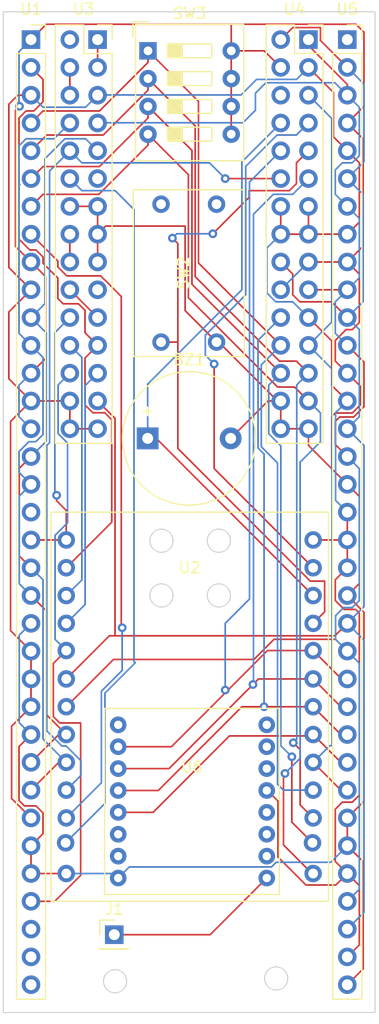
<source format=kicad_pcb>
(kicad_pcb (version 20221018) (generator pcbnew)
  (layers (0 "F.Cu" signal) (31 "B.Cu" signal) (34 "B.Paste" user) (35 "F.Paste" user) (36 "B.SilkS" user "B.Silkscreen") (37 "F.SilkS" user "F.Silkscreen") (38 "B.Mask" user) (39 "F.Mask" user) (44 "Edge.Cuts" user))
  (net 0 "")
  (net 1 "/BUZ1")
  (net 2 "GND")
  (net 3 "/BTN2")
  (net 4 "/PIR1")
  (net 5 "+3V3")
  (net 6 "/SDA")
  (net 7 "/SCL")
  (net 9 "/PIR0")
  (net 10 "/PIR3")
  (net 14 "/EN")
  (net 15 "/PIR2")
  (net 16 "/SDA1")
  (net 17 "/SCL1")
  (net 18 "/X_1")
  (net 19 "/WS28")
  (net 20 "/LED")
  (net 21 "/MISO")
  (net 22 "/MOSI")
  (net 23 "/CS")
  (net 24 "/#RST")
  (net 25 "/DIO")
  (net 26 "/EN2")
  (net 27 "/IO_1")
  (net 28 "/RST2")
  (net 29 "/IO_2")
  (net 30 "/IO_0")
  (net 31 "/IO_3")
  (net 34 "/#A0")
  (net 36 "/#SDA")
  (net 37 "/#SCK")
  (net 38 "/#CS")
  (net 39 "/SCK")
  (net 44 "/DI0")
  (net 45 "Net-(J1-Pad1)")
  (footprint "Button_Switch_THT:SW_DIP_SPSTx04_Slide_9.78x12.34mm_W7.62mm_P2.54mm" (layer "F.Cu") (at 141.2665 61.986)
    (fp_text reference "SW3")
    (fp_text value "SW_DIP_x04")
  )
  (footprint "1My_Footprints:RFM69" (layer "F.Cu") (at 145.288 131.572)
    (fp_text reference "U6")
    (fp_text value "RFM69")
  )
  (footprint "Connector_PinSocket_2.54mm:PinSocket_2x15_P2.54mm_Vertical" (layer "F.Cu") (at 136.652 60.96)
    (fp_text reference "U3")
    (fp_text value "ARR_A1")
  )
  (footprint "Connector_PinSocket_2.54mm:PinSocket_1x35_P2.54mm_Vertical" (layer "F.Cu") (at 130.556 60.96)
    (fp_text reference "U1")
    (fp_text value "ARR_A0")
  )
  (footprint "1My_Footprints:Lolin32_Lite" (layer "F.Cu") (at 145.084 114.3)
    (fp_text reference "U2")
    (fp_text value "Lolin32_Base")
  )
  (footprint "Connector_PinHeader_2.54mm:PinHeader_1x01_P2.54mm_Vertical" (layer "F.Cu") (at 138.176 142.748)
    (fp_text reference "J1")
    (fp_text value "Conn_01x01_Female")
  )
  (footprint "1My_Footprints:MyButton" (layer "F.Cu") (at 145 82.3 90)
    (fp_text reference "SW2")
    (fp_text value "SW_Push")
  )
  (footprint "Connector_PinSocket_2.54mm:PinSocket_2x15_P2.54mm_Vertical" (layer "F.Cu") (at 155.956 60.96)
    (fp_text reference "U4")
    (fp_text value "ARR_B1")
  )
  (footprint "Buzzer_Beeper:Buzzer_12x9.5RM7.6" (layer "F.Cu") (at 141.234 97.4)
    (fp_text reference "BZ1")
    (fp_text value "Buzzer")
  )
  (footprint "Connector_PinSocket_2.54mm:PinSocket_1x35_P2.54mm_Vertical" (layer "F.Cu") (at 159.512 60.96)
    (fp_text reference "U5")
    (fp_text value "ARR_B0")
  )
  (gr_rect (start 128.016 58.42) (end 162.052 149.86) (stroke (width 0.1)) (fill none) (layer "Edge.Cuts"))
  (gr_circle (center 147.75 111.75) (end 148.5 112.5) (stroke (width 0.1)) (fill none) (layer "Edge.Cuts"))
  (gr_circle (center 138.25 147) (end 139 147.75) (stroke (width 0.1)) (fill none) (layer "Edge.Cuts"))
  (gr_circle (center 142.5 111.75) (end 143.25 112.5) (stroke (width 0.1)) (fill none) (layer "Edge.Cuts"))
  (gr_circle (center 153 146.75) (end 153.75 147.5) (stroke (width 0.1)) (fill none) (layer "Edge.Cuts"))
  (gr_circle (center 147.75 106.75) (end 148.5 107.5) (stroke (width 0.1)) (fill none) (layer "Edge.Cuts"))
  (gr_circle (center 142.5 106.75) (end 143.25 107.5) (stroke (width 0.1)) (fill none) (layer "Edge.Cuts"))
  (segment (start 142.024 97.4) (end 156.384 111.76) (width 0.15) (layer "F.Cu") (net 1))
  (segment (start 141.234 97.4) (end 142.024 97.4) (width 0.15) (layer "F.Cu") (net 1))
  (segment (start 153.416 68.58) (end 149.86 72.136) (width 0.15) (layer "B.Cu") (net 1))
  (segment (start 149.86 83.82) (end 141.234 92.446) (width 0.15) (layer "B.Cu") (net 1))
  (segment (start 141.234 92.446) (end 141.234 97.4) (width 0.15) (layer "B.Cu") (net 1))
  (segment (start 149.86 72.136) (end 149.86 83.82) (width 0.15) (layer "B.Cu") (net 1))
  (segment (start 159.397545 87.459511) (end 159.967433 87.459511) (width 0.15) (layer "F.Cu") (net 2))
  (segment (start 158.08797 100.17597) (end 158.08797 95.40403) (width 0.15) (layer "F.Cu") (net 2))
  (segment (start 161.036 67.056) (end 159.512 68.58) (width 0.15) (layer "F.Cu") (net 2))
  (segment (start 148.8865 59.6135) (end 148.939031 59.560969) (width 0.15) (layer "F.Cu") (net 2))
  (segment (start 130.556 60.96) (end 131.955031 59.560969) (width 0.15) (layer "F.Cu") (net 2))
  (segment (start 160.71148 92.63948) (end 159.512 91.44) (width 0.15) (layer "F.Cu") (net 2))
  (segment (start 159.512 132.08) (end 161.036 130.556) (width 0.15) (layer "F.Cu") (net 2))
  (segment (start 159.512 81.28) (end 160.961031 79.830969) (width 0.15) (layer "F.Cu") (net 2))
  (segment (start 129.456489 130.486193) (end 129.456489 125.559511) (width 0.15) (layer "F.Cu") (net 2))
  (segment (start 129.131969 67.424031) (end 129.5 67.056) (width 0.15) (layer "F.Cu") (net 2))
  (segment (start 148.8865 61.986) (end 151.902 61.986) (width 0.15) (layer "F.Cu") (net 2))
  (segment (start 158.242 100.33) (end 158.08797 100.17597) (width 0.15) (layer "F.Cu") (net 2))
  (segment (start 155.956 96.52) (end 153.416 96.52) (width 0.15) (layer "F.Cu") (net 2))
  (segment (start 155.956 81.28) (end 159.512 81.28) (width 0.15) (layer "F.Cu") (net 2))
  (segment (start 159.967433 95.079511) (end 160.71148 94.335464) (width 0.15) (layer "F.Cu") (net 2))
  (segment (start 152.254 93.98) (end 153.416 93.98) (width 0.15) (layer "F.Cu") (net 2))
  (segment (start 160.961031 145.870969) (end 160.961031 136.069031) (width 0.15) (layer "F.Cu") (net 2))
  (segment (start 151.902 61.986) (end 153.416 63.5) (width 0.15) (layer "F.Cu") (net 2))
  (segment (start 129.131969 79.855969) (end 129.131969 67.990147) (width 0.15) (layer "F.Cu") (net 2))
  (segment (start 159.512 134.62) (end 159.512 132.08) (width 0.15) (layer "F.Cu") (net 2))
  (segment (start 136.87 81.498) (end 136.652 81.28) (width 0.15) (layer "F.Cu") (net 2))
  (segment (start 129.950785 130.980489) (end 129.456489 130.486193) (width 0.15) (layer "F.Cu") (net 2))
  (segment (start 147.54 88.4) (end 153.12 93.98) (width 0.15) (layer "F.Cu") (net 2))
  (segment (start 148.8865 61.986) (end 148.8865 69.606) (width 0.15) (layer "F.Cu") (net 2))
  (segment (start 155.956 96.52) (end 155.956 98.044) (width 0.15) (layer "F.Cu") (net 2))
  (segment (start 148.8865 61.986) (end 148.8865 59.6135) (width 0.15) (layer "F.Cu") (net 2))
  (segment (start 148.939031 59.560969) (end 160.311991 59.560969) (width 0.15) (layer "F.Cu") (net 2))
  (segment (start 130.556 137.16) (end 133.784 137.16) (width 0.15) (layer "F.Cu") (net 2))
  (segment (start 161.036 113.284) (end 159.512 111.76) (width 0.15) (layer "F.Cu") (net 2))
  (segment (start 158.412489 95.079511) (end 159.967433 95.079511) (width 0.15) (layer "F.Cu") (net 2))
  (segment (start 160.961031 136.069031) (end 159.512 134.62) (width 0.15) (layer "F.Cu") (net 2))
  (segment (start 129.131969 67.990147) (end 129.131969 67.424031) (width 0.15) (layer "F.Cu") (net 2))
  (segment (start 159.512 91.44) (end 158.412489 90.340489) (width 0.15) (layer "F.Cu") (net 2))
  (segment (start 153.12 93.98) (end 153.416 93.98) (width 0.15) (layer "F.Cu") (net 2))
  (segment (start 131.9 90.096) (end 131.9 84.254) (width 0.15) (layer "F.Cu") (net 2))
  (segment (start 153.416 96.52) (end 153.416 93.98) (width 0.15) (layer "F.Cu") (net 2))
  (segment (start 137.392 78) (end 136.652 78.74) (width 0.15) (layer "F.Cu") (net 2))
  (segment (start 131.011433 130.980489) (end 129.950785 130.980489) (width 0.15) (layer "F.Cu") (net 2))
  (segment (start 129.456489 125.559511) (end 130.556 124.46) (width 0.15) (layer "F.Cu") (net 2))
  (segment (start 144.663961 85.723961) (end 144.663961 78) (width 0.15) (layer "F.Cu") (net 2))
  (segment (start 158.242 100.33) (end 159.512 101.6) (width 0.15) (layer "F.Cu") (net 2))
  (segment (start 155.956 98.044) (end 158.242 100.33) (width 0.15) (layer "F.Cu") (net 2))
  (segment (start 160.961031 79.830969) (end 160.961031 70.029031) (width 0.15) (layer "F.Cu") (net 2))
  (segment (start 130.556 91.44) (end 131.9 90.096) (width 0.15) (layer "F.Cu") (net 2))
  (segment (start 159.967433 87.459511) (end 160.611511 86.815433) (width 0.15) (layer "F.Cu") (net 2))
  (segment (start 131.955031 59.560969) (end 148.939031 59.560969) (width 0.15) (layer "F.Cu") (net 2))
  (segment (start 147.54 88.6) (end 144.663961 85.723961) (width 0.15) (layer "F.Cu") (net 2))
  (segment (start 130.556 137.16) (end 130.556 134.62) (width 0.15) (layer "F.Cu") (net 2))
  (segment (start 161.036 60.284978) (end 161.036 67.056) (width 0.15) (layer "F.Cu") (net 2))
  (segment (start 136.652 81.28) (end 136.652 76.2) (width 0.15) (layer "F.Cu") (net 2))
  (segment (start 131.655511 133.520489) (end 131.655511 131.624567) (width 0.15) (layer "F.Cu") (net 2))
  (segment (start 159.512 101.6) (end 160.611511 102.699511) (width 0.15) (layer "F.Cu") (net 2))
  (segment (start 131.9 82.624) (end 131.9 84.3) (width 0.15) (layer "F.Cu") (net 2))
  (segment (start 158.08797 95.40403) (end 158.412489 95.079511) (width 0.15) (layer "F.Cu") (net 2))
  (segment (start 160.311991 59.560969) (end 161.036 60.284978) (width 0.15) (layer "F.Cu") (net 2))
  (segment (start 160.611511 102.699511) (end 160.611511 110.660489) (width 0.15) (layer "F.Cu") (net 2))
  (segment (start 158.412489 88.444567) (end 159.397545 87.459511) (width 0.15) (layer "F.Cu") (net 2))
  (segment (start 131.655511 131.624567) (end 131.011433 130.980489) (width 0.15) (layer "F.Cu") (net 2))
  (segment (start 144.663961 78) (end 137.392 78) (width 0.15) (layer "F.Cu") (net 2))
  (segment (start 130.556 81.28) (end 129.131969 79.855969) (width 0.15) (layer "F.Cu") (net 2))
  (segment (start 130.556 134.62) (end 131.655511 133.520489) (width 0.15) (layer "F.Cu") (net 2))
  (segment (start 148.834 97.4) (end 152.254 93.98) (width 0.15) (layer "F.Cu") (net 2))
  (segment (start 159.512 147.32) (end 160.961031 145.870969) (width 0.15) (layer "F.Cu") (net 2))
  (segment (start 134.112 76.2) (end 136.652 76.2) (width 0.15) (layer "F.Cu") (net 2))
  (segment (start 160.71148 94.335464) (end 160.71148 92.63948) (width 0.15) (layer "F.Cu") (net 2))
  (segment (start 160.611511 86.815433) (end 160.611511 82.379511) (width 0.15) (layer "F.Cu") (net 2))
  (segment (start 160.611511 110.660489) (end 159.512 111.76) (width 0.15) (layer "F.Cu") (net 2))
  (segment (start 158.412489 90.340489) (end 158.412489 88.444567) (width 0.15) (layer "F.Cu") (net 2))
  (segment (start 160.961031 70.029031) (end 159.512 68.58) (width 0.15) (layer "F.Cu") (net 2))
  (segment (start 130.556 81.28) (end 131.9 82.624) (width 0.15) (layer "F.Cu") (net 2))
  (segment (start 160.611511 82.379511) (end 159.512 81.28) (width 0.15) (layer "F.Cu") (net 2))
  (segment (start 161.036 130.556) (end 161.036 113.284) (width 0.15) (layer "F.Cu") (net 2))
  (via (at 129.5 67.056) (size 0.8) (drill 0.4) (layers "F.Cu" "B.Cu") (net 2))
  (segment (start 133.784 137.16) (end 138.126 137.16) (width 0.15) (layer "B.Cu") (net 2))
  (segment (start 130.556 96.52) (end 129.456489 95.420489) (width 0.15) (layer "B.Cu") (net 2))
  (segment (start 138.126 137.16) (end 138.538 137.572) (width 0.15) (layer "B.Cu") (net 2))
  (segment (start 129.456489 67.012489) (end 129.5 67.056) (width 0.15) (layer "B.Cu") (net 2))
  (segment (start 139.551489 136.558511) (end 152.573605 136.558511) (width 0.15) (layer "B.Cu") (net 2))
  (segment (start 152.573605 136.558511) (end 152.996627 136.135489) (width 0.15) (layer "B.Cu") (net 2))
  (segment (start 130.556 124.46) (end 129.481489 123.385489) (width 0.15) (layer "B.Cu") (net 2))
  (segment (start 129.456489 95.420489) (end 129.456489 92.539511) (width 0.15) (layer "B.Cu") (net 2))
  (segment (start 129.481489 115.374511) (end 130.556 114.3) (width 0.15) (layer "B.Cu") (net 2))
  (segment (start 129.456489 92.539511) (end 130.556 91.44) (width 0.15) (layer "B.Cu") (net 2))
  (segment (start 152.996627 136.135489) (end 157.996511 136.135489) (width 0.15) (layer "B.Cu") (net 2))
  (segment (start 157.996511 136.135489) (end 159.512 134.62) (width 0.15) (layer "B.Cu") (net 2))
  (segment (start 129.481489 123.385489) (end 129.481489 115.374511) (width 0.15) (layer "B.Cu") (net 2))
  (segment (start 138.538 137.572) (end 139.551489 136.558511) (width 0.15) (layer "B.Cu") (net 2))
  (segment (start 129.456489 62.059511) (end 129.456489 67.012489) (width 0.15) (layer "B.Cu") (net 2))
  (segment (start 153.416 83.82) (end 155.956 81.28) (width 0.15) (layer "B.Cu") (net 2))
  (segment (start 130.556 60.96) (end 129.456489 62.059511) (width 0.15) (layer "B.Cu") (net 2))
  (segment (start 157.433511 113.250489) (end 157.433511 110.443511) (width 0.15) (layer "F.Cu") (net 3))
  (segment (start 144 88.6) (end 144 79.6) (width 0.15) (layer "F.Cu") (net 3))
  (segment (start 150.522489 75.377511) (end 147.2 78.7) (width 0.15) (layer "F.Cu") (net 3))
  (segment (start 144 79.6) (end 143.5 79.1) (width 0.15) (layer "F.Cu") (net 3))
  (segment (start 150.522489 74.759511) (end 154.212411 74.759511) (width 0.15) (layer "F.Cu") (net 3))
  (segment (start 144 98.320234) (end 144 88.6) (width 0.15) (layer "F.Cu") (net 3))
  (segment (start 154.856489 72.219511) (end 155.956 71.12) (width 0.15) (layer "F.Cu") (net 3))
  (segment (start 156.384 114.3) (end 157.433511 113.250489) (width 0.15) (layer "F.Cu") (net 3))
  (segment (start 154.212411 74.759511) (end 154.856489 74.115433) (width 0.15) (layer "F.Cu") (net 3))
  (segment (start 156.123277 110.443511) (end 144 98.320234) (width 0.15) (layer "F.Cu") (net 3))
  (segment (start 150.522489 74.759511) (end 150.522489 75.377511) (width 0.15) (layer "F.Cu") (net 3))
  (segment (start 154.856489 74.115433) (end 154.856489 72.219511) (width 0.15) (layer "F.Cu") (net 3))
  (segment (start 157.433511 110.443511) (end 156.123277 110.443511) (width 0.15) (layer "F.Cu") (net 3))
  (segment (start 142.46 88.6) (end 144 88.6) (width 0.15) (layer "F.Cu") (net 3))
  (via (at 143.5 79.1) (size 0.8) (drill 0.4) (layers "F.Cu" "B.Cu") (net 3))
  (via (at 147.2 78.7) (size 0.8) (drill 0.4) (layers "F.Cu" "B.Cu") (net 3))
  (segment (start 143.9 78.7) (end 143.5 79.1) (width 0.15) (layer "B.Cu") (net 3))
  (segment (start 147.2 78.7) (end 143.9 78.7) (width 0.15) (layer "B.Cu") (net 3))
  (segment (start 137.946999 105.057001) (end 133.784 109.22) (width 0.15) (layer "F.Cu") (net 4))
  (segment (start 135.5 87.748) (end 136.652 88.9) (width 0.15) (layer "F.Cu") (net 4))
  (segment (start 135.5 90.052) (end 135.5 94.347589) (width 0.15) (layer "F.Cu") (net 4))
  (segment (start 136.652 88.9) (end 135.5 90.052) (width 0.15) (layer "F.Cu") (net 4))
  (segment (start 137.946999 95.698585) (end 137.946999 105.057001) (width 0.15) (layer "F.Cu") (net 4))
  (segment (start 133.012489 82.751433) (end 133.012489 84.616411) (width 0.15) (layer "F.Cu") (net 4))
  (segment (start 133.496078 85.1) (end 134.9 85.1) (width 0.15) (layer "F.Cu") (net 4))
  (segment (start 131.655511 81.394455) (end 133.012489 82.751433) (width 0.15) (layer "F.Cu") (net 4))
  (segment (start 130.81 67.480489) (end 130.100567 67.480489) (width 0.15) (layer "F.Cu") (net 4))
  (segment (start 133.012489 84.616411) (end 133.496078 85.1) (width 0.15) (layer "F.Cu") (net 4))
  (segment (start 131.011433 80.180489) (end 131.655511 80.824567) (width 0.15) (layer "F.Cu") (net 4))
  (segment (start 136.206922 95.054511) (end 137.302925 95.054511) (width 0.15) (layer "F.Cu") (net 4))
  (segment (start 129.456489 79.195433) (end 130.441545 80.180489) (width 0.15) (layer "F.Cu") (net 4))
  (segment (start 135.5 85.7) (end 135.5 87.748) (width 0.15) (layer "F.Cu") (net 4))
  (segment (start 137.302925 95.054511) (end 137.946999 95.698585) (width 0.15) (layer "F.Cu") (net 4))
  (segment (start 134.9 85.1) (end 135.5 85.7) (width 0.15) (layer "F.Cu") (net 4))
  (segment (start 130.556 63.5) (end 131.655511 64.599511) (width 0.15) (layer "F.Cu") (net 4))
  (segment (start 130.441545 80.180489) (end 131.011433 80.180489) (width 0.15) (layer "F.Cu") (net 4))
  (segment (start 129.456489 68.124567) (end 129.456489 79.195433) (width 0.15) (layer "F.Cu") (net 4))
  (segment (start 135.5 94.347589) (end 136.206922 95.054511) (width 0.15) (layer "F.Cu") (net 4))
  (segment (start 131.655511 66.634978) (end 130.81 67.480489) (width 0.15) (layer "F.Cu") (net 4))
  (segment (start 131.655511 64.599511) (end 131.655511 66.634978) (width 0.15) (layer "F.Cu") (net 4))
  (segment (start 131.655511 80.824567) (end 131.655511 81.394455) (width 0.15) (layer "F.Cu") (net 4))
  (segment (start 130.100567 67.480489) (end 129.456489 68.124567) (width 0.15) (layer "F.Cu") (net 4))
  (segment (start 160.611511 113.367511) (end 160.274 113.03) (width 0.15) (layer "F.Cu") (net 5))
  (segment (start 159.967433 130.639511) (end 160.611511 129.995433) (width 0.15) (layer "F.Cu") (net 5))
  (segment (start 158.242 65.786) (end 158.242 69.85) (width 0.15) (layer "F.Cu") (net 5))
  (segment (start 128.524 68.076) (end 128.524 81.788) (width 0.15) (layer "F.Cu") (net 5))
  (segment (start 158.087969 88.491969) (end 158.087969 92.555969) (width 0.15) (layer "F.Cu") (net 5))
  (segment (start 128.682481 114.966481) (end 130.556 116.84) (width 0.15) (layer "F.Cu") (net 5))
  (segment (start 130.556 132.08) (end 128.778 130.302) (width 0.15) (layer "F.Cu") (net 5))
  (segment (start 160.611511 72.219511) (end 159.512 71.12) (width 0.15) (layer "F.Cu") (net 5))
  (segment (start 159.512 109.22) (end 159.512 104.14) (width 0.15) (layer "F.Cu") (net 5))
  (segment (start 134.112 96.52) (end 134.112 93.98) (width 0.15) (layer "F.Cu") (net 5))
  (segment (start 153.416 78.74) (end 155.956 78.74) (width 0.15) (layer "F.Cu") (net 5))
  (segment (start 156.384 106.68) (end 159.512 106.68) (width 0.15) (layer "F.Cu") (net 5))
  (segment (start 160.611511 77.640489) (end 160.611511 72.219511) (width 0.15) (layer "F.Cu") (net 5))
  (segment (start 160.274 113.03) (end 159.227056 113.03) (width 0.15) (layer "F.Cu") (net 5))
  (segment (start 155.956 63.5) (end 158.242 65.786) (width 0.15) (layer "F.Cu") (net 5))
  (segment (start 128.524 85.852) (end 128.524 91.948) (width 0.15) (layer "F.Cu") (net 5))
  (segment (start 160.611511 129.995433) (end 160.611511 113.367511) (width 0.15) (layer "F.Cu") (net 5))
  (segment (start 160.611511 143.680489) (end 159.512 144.78) (width 0.15) (layer "F.Cu") (net 5))
  (segment (start 129.353919 66.04) (end 128.524 66.869919) (width 0.15) (layer "F.Cu") (net 5))
  (segment (start 130.556 93.98) (end 134.112 93.98) (width 0.15) (layer "F.Cu") (net 5))
  (segment (start 134.112 96.52) (end 136.652 96.52) (width 0.15) (layer "F.Cu") (net 5))
  (segment (start 159.512 78.74) (end 160.611511 77.640489) (width 0.15) (layer "F.Cu") (net 5))
  (segment (start 158.462489 138.209511) (end 155.723022 138.209511) (width 0.15) (layer "F.Cu") (net 5))
  (segment (start 153.162 130.538406) (end 152.177961 129.554367) (width 0.15) (layer "F.Cu") (net 5))
  (segment (start 130.556 83.82) (end 128.524 85.852) (width 0.15) (layer "F.Cu") (net 5))
  (segment (start 158.412489 110.319511) (end 159.512 109.22) (width 0.15) (layer "F.Cu") (net 5))
  (segment (start 128.778 130.302) (end 128.778 123.698) (width 0.15) (layer "F.Cu") (net 5))
  (segment (start 128.524 81.788) (end 130.556 83.82) (width 0.15) (layer "F.Cu") (net 5))
  (segment (start 159.512 137.16) (end 160.611511 138.259511) (width 0.15) (layer "F.Cu") (net 5))
  (segment (start 128.524 66.869919) (end 128.524 68.076) (width 0.15) (layer "F.Cu") (net 5))
  (segment (start 155.956 78.74) (end 159.512 78.74) (width 0.15) (layer "F.Cu") (net 5))
  (segment (start 128.682481 95.853519) (end 128.682481 114.966481) (width 0.15) (layer "F.Cu") (net 5))
  (segment (start 158.412489 136.060489) (end 158.412489 131.283589) (width 0.15) (layer "F.Cu") (net 5))
  (segment (start 159.227056 113.03) (end 158.412489 112.215433) (width 0.15) (layer "F.Cu") (net 5))
  (segment (start 130.556 93.98) (end 128.682481 95.853519) (width 0.15) (layer "F.Cu") (net 5))
  (segment (start 158.412489 131.283589) (end 159.056567 130.639511) (width 0.15) (layer "F.Cu") (net 5))
  (segment (start 158.087969 92.555969) (end 159.512 93.98) (width 0.15) (layer "F.Cu") (net 5))
  (segment (start 155.723022 138.209511) (end 153.162 135.648489) (width 0.15) (layer "F.Cu") (net 5))
  (segment (start 160.611511 138.259511) (end 160.611511 143.680489) (width 0.15) (layer "F.Cu") (net 5))
  (segment (start 130.556 121.92) (end 130.556 116.84) (width 0.15) (layer "F.Cu") (net 5))
  (segment (start 128.778 123.698) (end 130.556 121.92) (width 0.15) (layer "F.Cu") (net 5))
  (segment (start 155.956 76.2) (end 155.956 78.74) (width 0.15) (layer "F.Cu") (net 5))
  (segment (start 159.056567 130.639511) (end 159.967433 130.639511) (width 0.15) (layer "F.Cu") (net 5))
  (segment (start 155.956 86.36) (end 158.087969 88.491969) (width 0.15) (layer "F.Cu") (net 5))
  (segment (start 153.162 135.648489) (end 153.162 130.538406) (width 0.15) (layer "F.Cu") (net 5))
  (segment (start 158.242 69.85) (end 159.512 71.12) (width 0.15) (layer "F.Cu") (net 5))
  (segment (start 128.524 91.948) (end 130.556 93.98) (width 0.15) (layer "F.Cu") (net 5))
  (segment (start 159.512 137.16) (end 158.412489 136.060489) (width 0.15) (layer "F.Cu") (net 5))
  (segment (start 129.353919 66.04) (end 130.556 66.04) (width 0.15) (layer "F.Cu") (net 5))
  (segment (start 159.512 137.16) (end 158.462489 138.209511) (width 0.15) (layer "F.Cu") (net 5))
  (segment (start 158.412489 112.215433) (end 158.412489 110.319511) (width 0.15) (layer "F.Cu") (net 5))
  (segment (start 153.416 76.2) (end 153.416 78.74) (width 0.15) (layer "F.Cu") (net 5))
  (segment (start 135.552489 67.139511) (end 136.652 66.04) (width 0.15) (layer "B.Cu") (net 5))
  (segment (start 131.655511 67.139511) (end 135.552489 67.139511) (width 0.15) (layer "B.Cu") (net 5))
  (segment (start 154.856489 64.599511) (end 155.956 63.5) (width 0.15) (layer "B.Cu") (net 5))
  (segment (start 130.556 66.04) (end 131.655511 67.139511) (width 0.15) (layer "B.Cu") (net 5))
  (segment (start 158.437489 95.054511) (end 159.512 93.98) (width 0.15) (layer "B.Cu") (net 5))
  (segment (start 152.146 80.01) (end 153.416 78.74) (width 0.15) (layer "B.Cu") (net 5))
  (segment (start 151.200489 64.599511) (end 154.856489 64.599511) (width 0.15) (layer "B.Cu") (net 5))
  (segment (start 152.146 84.104944) (end 152.146 80.01) (width 0.15) (layer "B.Cu") (net 5))
  (segment (start 136.652 66.04) (end 136.675511 66.016489) (width 0.15) (layer "B.Cu") (net 5))
  (segment (start 154.515511 84.919511) (end 152.960567 84.919511) (width 0.15) (layer "B.Cu") (net 5))
  (segment (start 155.956 86.36) (end 154.515511 84.919511) (width 0.15) (layer "B.Cu") (net 5))
  (segment (start 152.960567 84.919511) (end 152.146 84.104944) (width 0.15) (layer "B.Cu") (net 5))
  (segment (start 136.675511 66.016489) (end 149.783511 66.016489) (width 0.15) (layer "B.Cu") (net 5))
  (segment (start 158.437489 103.065489) (end 158.437489 95.054511) (width 0.15) (layer "B.Cu") (net 5))
  (segment (start 149.783511 66.016489) (end 151.200489 64.599511) (width 0.15) (layer "B.Cu") (net 5))
  (segment (start 159.512 104.14) (end 158.437489 103.065489) (width 0.15) (layer "B.Cu") (net 5))
  (segment (start 129.481489 100.134511) (end 130.556 99.06) (width 0.15) (layer "F.Cu") (net 6))
  (segment (start 129.481489 108.145489) (end 129.481489 100.134511) (width 0.15) (layer "F.Cu") (net 6))
  (segment (start 133.096 127) (end 133.784 127) (width 0.15) (layer "F.Cu") (net 6))
  (segment (start 130.556 129.54) (end 133.096 127) (width 0.15) (layer "F.Cu") (net 6))
  (segment (start 130.556 109.22) (end 129.481489 108.145489) (width 0.15) (layer "F.Cu") (net 6))
  (segment (start 131.826 71.851056) (end 131.826 85.09) (width 0.15) (layer "B.Cu") (net 6))
  (segment (start 133.784 127) (end 131.655511 124.871511) (width 0.15) (layer "B.Cu") (net 6))
  (segment (start 131.826 85.09) (end 130.556 86.36) (width 0.15) (layer "B.Cu") (net 6))
  (segment (start 136.652 71.12) (end 135.552489 70.020489) (width 0.15) (layer "B.Cu") (net 6))
  (segment (start 135.552489 70.020489) (end 133.656567 70.020489) (width 0.15) (layer "B.Cu") (net 6))
  (segment (start 131.655511 110.319511) (end 130.556 109.22) (width 0.15) (layer "B.Cu") (net 6))
  (segment (start 131.9 87.7) (end 131.955031 87.755031) (width 0.15) (layer "B.Cu") (net 6))
  (segment (start 131.655511 124.871511) (end 131.655511 110.319511) (width 0.15) (layer "B.Cu") (net 6))
  (segment (start 130.556 86.36) (end 131.896 87.7) (width 0.15) (layer "B.Cu") (net 6))
  (segment (start 131.955031 97.660969) (end 130.556 99.06) (width 0.15) (layer "B.Cu") (net 6))
  (segment (start 133.656567 70.020489) (end 131.826 71.851056) (width 0.15) (layer "B.Cu") (net 6))
  (segment (start 131.896 87.7) (end 131.9 87.7) (width 0.15) (layer "B.Cu") (net 6))
  (segment (start 131.955031 87.755031) (end 131.955031 97.660969) (width 0.15) (layer "B.Cu") (net 6))
  (segment (start 132 113.204) (end 130.556 111.76) (width 0.15) (layer "F.Cu") (net 7))
  (segment (start 133.784 124.46) (end 132 122.676) (width 0.15) (layer "F.Cu") (net 7))
  (segment (start 133.096 124.46) (end 133.784 124.46) (width 0.15) (layer "F.Cu") (net 7))
  (segment (start 132 122.676) (end 132 113.204) (width 0.15) (layer "F.Cu") (net 7))
  (segment (start 130.556 127) (end 133.096 124.46) (width 0.15) (layer "F.Cu") (net 7))
  (segment (start 131 97.7) (end 131.655511 97.044489) (width 0.15) (layer "B.Cu") (net 7))
  (segment (start 129.456489 70.664567) (end 130.100567 70.020489) (width 0.15) (layer "B.Cu") (net 7))
  (segment (start 131.655511 89.999511) (end 130.556 88.9) (width 0.15) (layer "B.Cu") (net 7))
  (segment (start 129.481489 110.685489) (end 129.481489 102.674511) (width 0.15) (layer "B.Cu") (net 7))
  (segment (start 130.361056 97.7) (end 131 97.7) (width 0.15) (layer "B.Cu") (net 7))
  (segment (start 129.481489 102.674511) (end 130.556 101.6) (width 0.15) (layer "B.Cu") (net 7))
  (segment (start 129.456489 74.115433) (end 129.54 74.198944) (width 0.15) (layer "B.Cu") (net 7))
  (segment (start 129.456489 100.500489) (end 129.456489 98.604567) (width 0.15) (layer "B.Cu") (net 7))
  (segment (start 130.100567 70.020489) (end 132.671511 70.020489) (width 0.15) (layer "B.Cu") (net 7))
  (segment (start 129.456489 74.282455) (end 129.456489 87.800489) (width 0.15) (layer "B.Cu") (net 7))
  (segment (start 131.655511 97.044489) (end 131.655511 89.999511) (width 0.15) (layer "B.Cu") (net 7))
  (segment (start 132.671511 70.020489) (end 134.112 68.58) (width 0.15) (layer "B.Cu") (net 7))
  (segment (start 129.456489 87.800489) (end 130.556 88.9) (width 0.15) (layer "B.Cu") (net 7))
  (segment (start 130.556 111.76) (end 129.481489 110.685489) (width 0.15) (layer "B.Cu") (net 7))
  (segment (start 130.556 101.6) (end 129.456489 100.500489) (width 0.15) (layer "B.Cu") (net 7))
  (segment (start 129.456489 98.604567) (end 130.361056 97.7) (width 0.15) (layer "B.Cu") (net 7))
  (segment (start 129.54 74.198944) (end 129.456489 74.282455) (width 0.15) (layer "B.Cu") (net 7))
  (segment (start 129.456489 70.664567) (end 129.456489 74.115433) (width 0.15) (layer "B.Cu") (net 7))
  (segment (start 133.784 103.984) (end 132.9 103.1) (width 0.15) (layer "F.Cu") (net 9))
  (segment (start 132.9 103.1) (end 132.9 102.6) (width 0.15) (layer "F.Cu") (net 9))
  (segment (start 130.556 106.68) (end 133.784 106.68) (width 0.15) (layer "F.Cu") (net 9))
  (segment (start 133.784 106.68) (end 133.784 103.984) (width 0.15) (layer "F.Cu") (net 9))
  (via (at 132.9 102.6) (size 0.8) (drill 0.4) (layers "F.Cu" "B.Cu") (net 9))
  (segment (start 132.9 102.6) (end 132.737969 102.437969) (width 0.15) (layer "B.Cu") (net 9))
  (segment (start 132.737969 87.734031) (end 134.112 86.36) (width 0.15) (layer "B.Cu") (net 9))
  (segment (start 132.737969 102.437969) (end 132.737969 87.734031) (width 0.15) (layer "B.Cu") (net 9))
  (segment (start 133.781759 116.784827) (end 132.6 117.966586) (width 0.15) (layer "F.Cu") (net 10))
  (segment (start 132.6 122.81706) (end 133.18294 123.4) (width 0.15) (layer "F.Cu") (net 10))
  (segment (start 130.556 139.7) (end 132.728234 139.7) (width 0.15) (layer "F.Cu") (net 10))
  (segment (start 133.18294 123.4) (end 135.1 123.4) (width 0.15) (layer "F.Cu") (net 10))
  (segment (start 132.6 117.966586) (end 132.6 122.81706) (width 0.15) (layer "F.Cu") (net 10))
  (segment (start 135.1 137.328234) (end 135.1 123.4) (width 0.15) (layer "F.Cu") (net 10))
  (segment (start 132.728234 139.7) (end 135.1 137.328234) (width 0.15) (layer "F.Cu") (net 10))
  (segment (start 132.759489 106.255633) (end 133.9 105.115122) (width 0.15) (layer "B.Cu") (net 10))
  (segment (start 133.037489 96.965078) (end 133.037489 92.514511) (width 0.15) (layer "B.Cu") (net 10))
  (segment (start 133.9 97.827589) (end 133.037489 96.965078) (width 0.15) (layer "B.Cu") (net 10))
  (segment (start 133.037489 92.514511) (end 134.112 91.44) (width 0.15) (layer "B.Cu") (net 10))
  (segment (start 133.781759 116.784827) (end 132.759489 115.762557) (width 0.15) (layer "B.Cu") (net 10))
  (segment (start 132.759489 115.762557) (end 132.759489 106.255633) (width 0.15) (layer "B.Cu") (net 10))
  (segment (start 133.9 105.115122) (end 133.9 97.827589) (width 0.15) (layer "B.Cu") (net 10))
  (segment (start 135.211511 89.999511) (end 134.112 88.9) (width 0.15) (layer "B.Cu") (net 14))
  (segment (start 133.784 111.76) (end 135.211511 110.332489) (width 0.15) (layer "B.Cu") (net 14))
  (segment (start 135.211511 110.332489) (end 135.211511 89.999511) (width 0.15) (layer "B.Cu") (net 14))
  (segment (start 133.784 114.3) (end 135.511031 112.572969) (width 0.15) (layer "B.Cu") (net 15))
  (segment (start 135.511031 92.580969) (end 136.652 91.44) (width 0.15) (layer "B.Cu") (net 15))
  (segment (start 135.511031 112.572969) (end 135.511031 92.580969) (width 0.15) (layer "B.Cu") (net 15))
  (segment (start 136.652 93.98) (end 138.246519 95.574519) (width 0.15) (layer "F.Cu") (net 16))
  (segment (start 138.246519 95.574519) (end 138.246519 115.425073) (width 0.15) (layer "F.Cu") (net 16))
  (segment (start 157.055511 59.860489) (end 157.055511 61.043511) (width 0.15) (layer "F.Cu") (net 16))
  (segment (start 155.735796 115.435796) (end 153.264204 115.435796) (width 0.15) (layer "F.Cu") (net 16))
  (segment (start 155.159589 84.919511) (end 154.515511 84.275433) (width 0.15) (layer "F.Cu") (net 16))
  (segment (start 133.784 119.38) (end 137.728204 115.435796) (width 0.15) (layer "F.Cu") (net 16))
  (segment (start 157.055511 61.043511) (end 159.512 63.5) (width 0.15) (layer "F.Cu") (net 16))
  (segment (start 159.512 114.3) (end 158.376204 115.435796) (width 0.15) (layer "F.Cu") (net 16))
  (segment (start 154.515511 59.860489) (end 157.055511 59.860489) (width 0.15) (layer "F.Cu") (net 16))
  (segment (start 153.416 60.96) (end 154.515511 59.860489) (width 0.15) (layer "F.Cu") (net 16))
  (segment (start 158.071511 84.919511) (end 155.159589 84.919511) (width 0.15) (layer "F.Cu") (net 16))
  (segment (start 137.728204 115.435796) (end 138.235796 115.435796) (width 0.15) (layer "F.Cu") (net 16))
  (segment (start 154.515511 84.275433) (end 154.515511 82.379511) (width 0.15) (layer "F.Cu") (net 16))
  (segment (start 154.515511 82.379511) (end 153.416 81.28) (width 0.15) (layer "F.Cu") (net 16))
  (segment (start 138.246519 115.425073) (end 138.235796 115.435796) (width 0.15) (layer "F.Cu") (net 16))
  (segment (start 159.512 86.36) (end 158.071511 84.919511) (width 0.15) (layer "F.Cu") (net 16))
  (segment (start 138.235796 115.435796) (end 153.3 115.435797) (width 0.15) (layer "F.Cu") (net 16))
  (segment (start 158.376204 115.435796) (end 155.735796 115.435796) (width 0.15) (layer "F.Cu") (net 16))
  (segment (start 161.036 115.824) (end 159.512 114.3) (width 0.15) (layer "B.Cu") (net 16))
  (segment (start 160.961031 84.910969) (end 160.961031 75.109031) (width 0.15) (layer "B.Cu") (net 16))
  (segment (start 161.036 98.044) (end 159.512 96.52) (width 0.15) (layer "B.Cu") (net 16))
  (segment (start 159.512 142.24) (end 161.036 140.716) (width 0.15) (layer "B.Cu") (net 16))
  (segment (start 161.036 112.776) (end 161.036 98.044) (width 0.15) (layer "B.Cu") (net 16))
  (segment (start 159.512 114.3) (end 161.036 112.776) (width 0.15) (layer "B.Cu") (net 16))
  (segment (start 160.611511 87.459511) (end 159.512 86.36) (width 0.15) (layer "B.Cu") (net 16))
  (segment (start 159.512 86.36) (end 160.961031 84.910969) (width 0.15) (layer "B.Cu") (net 16))
  (segment (start 160.611511 95.420489) (end 160.611511 87.459511) (width 0.15) (layer "B.Cu") (net 16))
  (segment (start 159.512 96.52) (end 160.611511 95.420489) (width 0.15) (layer "B.Cu") (net 16))
  (segment (start 161.036 65.024) (end 161.036 72.136) (width 0.15) (layer "B.Cu") (net 16))
  (segment (start 161.036 72.136) (end 159.512 73.66) (width 0.15) (layer "B.Cu") (net 16))
  (segment (start 161.036 140.716) (end 161.036 115.824) (width 0.15) (layer "B.Cu") (net 16))
  (segment (start 160.961031 75.109031) (end 159.512 73.66) (width 0.15) (layer "B.Cu") (net 16))
  (segment (start 159.512 63.5) (end 161.036 65.024) (width 0.15) (layer "B.Cu") (net 16))
  (segment (start 158.808511 95.445489) (end 159.957078 95.445489) (width 0.15) (layer "F.Cu") (net 17))
  (segment (start 161.036 90.424) (end 159.512 88.9) (width 0.15) (layer "F.Cu") (net 17))
  (segment (start 159.512 65.054944) (end 159.512 66.04) (width 0.15) (layer "F.Cu") (net 17))
  (segment (start 158.432316 115.760316) (end 159.512 116.84) (width 0.15) (layer "F.Cu") (net 17))
  (segment (start 152.802098 115.760316) (end 158.432316 115.760316) (width 0.15) (layer "F.Cu") (net 17))
  (segment (start 158.412489 95.841511) (end 158.808511 95.445489) (width 0.15) (layer "F.Cu") (net 17))
  (segment (start 155.956 61.498944) (end 159.512 65.054944) (width 0.15) (layer "F.Cu") (net 17))
  (segment (start 159.512 99.06) (end 158.412489 97.960489) (width 0.15) (layer "F.Cu") (net 17))
  (segment (start 138.104 117.6) (end 150.962414 117.6) (width 0.15) (layer "F.Cu") (net 17))
  (segment (start 155.956 83.82) (end 159.512 83.82) (width 0.15) (layer "F.Cu") (net 17))
  (segment (start 133.784 121.92) (end 138.104 117.6) (width 0.15) (layer "F.Cu") (net 17))
  (segment (start 159.957078 95.445489) (end 160.09575 95.445489) (width 0.15) (layer "F.Cu") (net 17))
  (segment (start 155.956 60.96) (end 155.956 61.498944) (width 0.15) (layer "F.Cu") (net 17))
  (segment (start 160.09575 95.445489) (end 161.04462 94.49662) (width 0.15) (layer "F.Cu") (net 17))
  (segment (start 158.412489 97.960489) (end 158.412489 95.841511) (width 0.15) (layer "F.Cu") (net 17))
  (segment (start 150.962414 117.6) (end 152.802098 115.760316) (width 0.15) (layer "F.Cu") (net 17))
  (segment (start 161.036 94.488) (end 161.036 90.424) (width 0.15) (layer "F.Cu") (net 17))
  (segment (start 151.1 65.861545) (end 152.061545 64.9) (width 0.15) (layer "B.Cu") (net 17))
  (segment (start 160.611511 117.939511) (end 159.512 116.84) (width 0.15) (layer "B.Cu") (net 17))
  (segment (start 159.967433 72.219511) (end 160.611511 71.575433) (width 0.15) (layer "B.Cu") (net 17))
  (segment (start 158.412489 87.800489) (end 159.512 88.9) (width 0.15) (layer "B.Cu") (net 17))
  (segment (start 160.611511 112.215433) (end 159.967433 112.859511) (width 0.15) (layer "B.Cu") (net 17))
  (segment (start 149.96 68.556489) (end 151.1 67.416489) (width 0.15) (layer "B.Cu") (net 17))
  (segment (start 159.512 76.2) (end 158.412489 75.100489) (width 0.15) (layer "B.Cu") (net 17))
  (segment (start 160.611511 100.159511) (end 160.611511 112.215433) (width 0.15) (layer "B.Cu") (net 17))
  (segment (start 158.437489 115.765489) (end 159.512 116.84) (width 0.15) (layer "B.Cu") (net 17))
  (segment (start 151.1 67.416489) (end 151.1 65.861545) (width 0.15) (layer "B.Cu") (net 17))
  (segment (start 160.611511 71.575433) (end 160.611511 67.139511) (width 0.15) (layer "B.Cu") (net 17))
  (segment (start 160.611511 67.139511) (end 159.512 66.04) (width 0.15) (layer "B.Cu") (net 17))
  (segment (start 158.437489 113.596511) (end 158.437489 115.765489) (width 0.15) (layer "B.Cu") (net 17))
  (segment (start 159.512 83.82) (end 158.412489 84.919511) (width 0.15) (layer "B.Cu") (net 17))
  (segment (start 159.967433 112.859511) (end 159.174489 112.859511) (width 0.15) (layer "B.Cu") (net 17))
  (segment (start 159.512 99.06) (end 160.611511 100.159511) (width 0.15) (layer "B.Cu") (net 17))
  (segment (start 159.512 139.7) (end 160.611511 138.600489) (width 0.15) (layer "B.Cu") (net 17))
  (segment (start 159.056567 72.219511) (end 159.967433 72.219511) (width 0.15) (layer "B.Cu") (net 17))
  (segment (start 136.675511 68.556489) (end 149.96 68.556489) (width 0.15) (layer "B.Cu") (net 17))
  (segment (start 160.611511 82.720489) (end 160.611511 77.299511) (width 0.15) (layer "B.Cu") (net 17))
  (segment (start 158.412489 72.863589) (end 159.056567 72.219511) (width 0.15) (layer "B.Cu") (net 17))
  (segment (start 158.412489 75.100489) (end 158.412489 72.863589) (width 0.15) (layer "B.Cu") (net 17))
  (segment (start 152.061545 64.9) (end 158.372 64.9) (width 0.15) (layer "B.Cu") (net 17))
  (segment (start 158.412489 84.919511) (end 158.412489 87.800489) (width 0.15) (layer "B.Cu") (net 17))
  (segment (start 159.174489 112.859511) (end 158.437489 113.596511) (width 0.15) (layer "B.Cu") (net 17))
  (segment (start 159.512 83.82) (end 160.611511 82.720489) (width 0.15) (layer "B.Cu") (net 17))
  (segment (start 160.611511 77.299511) (end 159.512 76.2) (width 0.15) (layer "B.Cu") (net 17))
  (segment (start 160.611511 138.600489) (end 160.611511 117.939511) (width 0.15) (layer "B.Cu") (net 17))
  (segment (start 136.652 68.58) (end 136.675511 68.556489) (width 0.15) (layer "B.Cu") (net 17))
  (segment (start 158.372 64.9) (end 159.512 66.04) (width 0.15) (layer "B.Cu") (net 17))
  (segment (start 148.336 73.66) (end 153.416 73.66) (width 0.15) (layer "F.Cu") (net 18))
  (via (at 148.336 73.66) (size 0.8) (drill 0.4) (layers "F.Cu" "B.Cu") (net 18))
  (segment (start 148.336 73.66) (end 146.895511 72.219511) (width 0.15) (layer "B.Cu") (net 18))
  (segment (start 132.254551 72.977449) (end 134.112 71.12) (width 0.15) (layer "B.Cu") (net 18))
  (segment (start 135.211511 72.219511) (end 134.112 71.12) (width 0.15) (layer "B.Cu") (net 18))
  (segment (start 135.128 128.196) (end 135.128 126.859766) (width 0.15) (layer "B.Cu") (net 18))
  (segment (start 133.384633 125.509511) (end 132 124.124878) (width 0.15) (layer "B.Cu") (net 18))
  (segment (start 132 124.124878) (end 132 98.039586) (width 0.15) (layer "B.Cu") (net 18))
  (segment (start 146.895511 72.219511) (end 135.211511 72.219511) (width 0.15) (layer "B.Cu") (net 18))
  (segment (start 132 98.039586) (end 132.254551 97.785035) (width 0.15) (layer "B.Cu") (net 18))
  (segment (start 133.777745 125.509511) (end 133.384633 125.509511) (width 0.15) (layer "B.Cu") (net 18))
  (segment (start 132.254551 97.785035) (end 132.254551 72.977449) (width 0.15) (layer "B.Cu") (net 18))
  (segment (start 135.128 126.859766) (end 133.777745 125.509511) (width 0.15) (layer "B.Cu") (net 18))
  (segment (start 133.784 129.54) (end 135.128 128.196) (width 0.15) (layer "B.Cu") (net 18))
  (segment (start 139.984489 117.784489) (end 140.1 117.9) (width 0.15) (layer "B.Cu") (net 19))
  (segment (start 140.1 117.9) (end 137.32452 120.67548) (width 0.15) (layer "B.Cu") (net 19))
  (segment (start 139.7 76.2) (end 138.259511 74.759511) (width 0.15) (layer "B.Cu") (net 19))
  (segment (start 138.259511 74.759511) (end 135.211511 74.759511) (width 0.15) (layer "B.Cu") (net 19))
  (segment (start 139.7 76.2) (end 139.984489 76.484489) (width 0.15) (layer "B.Cu") (net 19))
  (segment (start 137.32452 120.67548) (end 137.32452 130.753273) (width 0.15) (layer "B.Cu") (net 19))
  (segment (start 137.32452 130.753273) (end 133.724345 134.353448) (width 0.15) (layer "B.Cu") (net 19))
  (segment (start 135.211511 74.759511) (end 134.112 73.66) (width 0.15) (layer "B.Cu") (net 19))
  (segment (start 139.984489 76.484489) (end 139.984489 117.784489) (width 0.15) (layer "B.Cu") (net 19))
  (segment (start 147.32 100.156) (end 156.384 109.22) (width 0.15) (layer "F.Cu") (net 20))
  (segment (start 147.32 90.6) (end 147.32 100.156) (width 0.15) (layer "F.Cu") (net 20))
  (via (at 147.32 90.6) (size 0.8) (drill 0.4) (layers "F.Cu" "B.Cu") (net 20))
  (segment (start 154.856489 69.679511) (end 155.956 68.58) (width 0.15) (layer "B.Cu") (net 20))
  (segment (start 146.515489 87.975633) (end 150.20952 84.281602) (width 0.15) (layer "B.Cu") (net 20))
  (segment (start 147.32 90.6) (end 146.515489 89.795489) (width 0.15) (layer "B.Cu") (net 20))
  (segment (start 153.078489 69.679511) (end 154.856489 69.679511) (width 0.15) (layer "B.Cu") (net 20))
  (segment (start 150.20952 84.281602) (end 150.20952 72.54848) (width 0.15) (layer "B.Cu") (net 20))
  (segment (start 150.20952 72.54848) (end 153.078489 69.679511) (width 0.15) (layer "B.Cu") (net 20))
  (segment (start 146.515489 89.795489) (end 146.515489 87.975633) (width 0.15) (layer "B.Cu") (net 20))
  (segment (start 158.976932 119.38) (end 159.512 119.38) (width 0.15) (layer "F.Cu") (net 21))
  (segment (start 143.414 125.572) (end 152.201173 116.784827) (width 0.15) (layer "F.Cu") (net 21))
  (segment (start 152.201173 116.784827) (end 156.381759 116.784827) (width 0.15) (layer "F.Cu") (net 21))
  (segment (start 138.538 125.572) (end 143.414 125.572) (width 0.15) (layer "F.Cu") (net 21))
  (segment (start 156.381759 116.784827) (end 158.976932 119.38) (width 0.15) (layer "F.Cu") (net 21))
  (via (at 148.336 120.396) (size 0.8) (drill 0.4) (layers "F.Cu" "B.Cu") (net 21))
  (segment (start 150.55904 112.07696) (end 150.55904 73.97696) (width 0.15) (layer "B.Cu") (net 21))
  (segment (start 148.336 114.3) (end 150.55904 112.07696) (width 0.15) (layer "B.Cu") (net 21))
  (segment (start 150.55904 73.97696) (end 153.416 71.12) (width 0.15) (layer "B.Cu") (net 21))
  (segment (start 148.336 120.396) (end 148.336 114.3) (width 0.15) (layer "B.Cu") (net 21))
  (segment (start 151.384 119.38) (end 156.384 119.38) (width 0.15) (layer "F.Cu") (net 22))
  (segment (start 158.924 121.92) (end 159.512 121.92) (width 0.15) (layer "F.Cu") (net 22))
  (segment (start 138.538 127.572) (end 143.192 127.572) (width 0.15) (layer "F.Cu") (net 22))
  (segment (start 143.192 127.572) (end 151.384 119.38) (width 0.15) (layer "F.Cu") (net 22))
  (segment (start 156.384 119.38) (end 158.924 121.92) (width 0.15) (layer "F.Cu") (net 22))
  (via (at 150.876 119.888) (size 0.8) (drill 0.4) (layers "F.Cu" "B.Cu") (net 22))
  (segment (start 154.515511 75.100489) (end 155.956 73.66) (width 0.15) (layer "B.Cu") (net 22))
  (segment (start 152.737511 75.100489) (end 154.515511 75.100489) (width 0.15) (layer "B.Cu") (net 22))
  (segment (start 150.92152 119.84248) (end 150.92152 76.91648) (width 0.15) (layer "B.Cu") (net 22))
  (segment (start 150.876 119.888) (end 150.92152 119.84248) (width 0.15) (layer "B.Cu") (net 22))
  (segment (start 150.92152 76.91648) (end 152.737511 75.100489) (width 0.15) (layer "B.Cu") (net 22))
  (segment (start 148.718511 124.585489) (end 156.258511 124.585489) (width 0.15) (layer "F.Cu") (net 23))
  (segment (start 141.732 131.572) (end 148.718511 124.585489) (width 0.15) (layer "F.Cu") (net 23))
  (segment (start 156.384 124.46) (end 158.924 127) (width 0.15) (layer "F.Cu") (net 23))
  (segment (start 158.924 127) (end 159.512 127) (width 0.15) (layer "F.Cu") (net 23))
  (segment (start 156.258511 124.585489) (end 156.384 124.46) (width 0.15) (layer "F.Cu") (net 23))
  (segment (start 138.538 131.572) (end 141.732 131.572) (width 0.15) (layer "F.Cu") (net 23))
  (segment (start 153.67 128.1535) (end 153.67 134.549478) (width 0.15) (layer "F.Cu") (net 24))
  (segment (start 153.67 134.549478) (end 156.280522 137.16) (width 0.15) (layer "F.Cu") (net 24))
  (segment (start 141.2665 69.606) (end 144.963481 73.302981) (width 0.15) (layer "F.Cu") (net 24))
  (segment (start 144.963481 84.542425) (end 153.131056 92.71) (width 0.15) (layer "F.Cu") (net 24))
  (segment (start 154.686 92.71) (end 155.956 93.98) (width 0.15) (layer "F.Cu") (net 24))
  (segment (start 130.556 76.2) (end 131.655511 75.100489) (width 0.15) (layer "F.Cu") (net 24))
  (segment (start 136.766455 75.100489) (end 141.2665 70.600444) (width 0.15) (layer "F.Cu") (net 24))
  (segment (start 153.131056 92.71) (end 154.686 92.71) (width 0.15) (layer "F.Cu") (net 24))
  (segment (start 141.2665 70.600444) (end 141.2665 69.606) (width 0.15) (layer "F.Cu") (net 24))
  (segment (start 153.8075 128.016) (end 153.67 128.1535) (width 0.15) (layer "F.Cu") (net 24))
  (segment (start 144.963481 73.302981) (end 144.963481 84.542425) (width 0.15) (layer "F.Cu") (net 24))
  (segment (start 131.655511 75.100489) (end 136.766455 75.100489) (width 0.15) (layer "F.Cu") (net 24))
  (segment (start 156.280522 137.16) (end 156.384 137.16) (width 0.15) (layer "F.Cu") (net 24))
  (via (at 153.8075 128.016) (size 0.8) (drill 0.4) (layers "F.Cu" "B.Cu") (net 24))
  (segment (start 157.055511 97.706489) (end 157.055511 95.079511) (width 0.15) (layer "B.Cu") (net 24))
  (segment (start 155.194 126.6295) (end 155.194 99.568) (width 0.15) (layer "B.Cu") (net 24))
  (segment (start 153.8075 128.016) (end 155.194 126.6295) (width 0.15) (layer "B.Cu") (net 24))
  (segment (start 157.055511 95.079511) (end 155.956 93.98) (width 0.15) (layer "B.Cu") (net 24))
  (segment (start 155.194 99.568) (end 157.055511 97.706489) (width 0.15) (layer "B.Cu") (net 24))
  (segment (start 158.924 129.54) (end 159.512 129.54) (width 0.15) (layer "F.Cu") (net 25))
  (segment (start 156.384 127) (end 158.924 129.54) (width 0.15) (layer "F.Cu") (net 25))
  (segment (start 158.112969 91.056969) (end 158.112969 125.476) (width 0.15) (layer "B.Cu") (net 25))
  (segment (start 157.908 125.476) (end 158.112969 125.476) (width 0.15) (layer "B.Cu") (net 25))
  (segment (start 158.087969 68.171969) (end 158.087969 86.768031) (width 0.15) (layer "B.Cu") (net 25))
  (segment (start 158.087969 86.768031) (end 155.956 88.9) (width 0.15) (layer "B.Cu") (net 25))
  (segment (start 155.956 66.04) (end 158.087969 68.171969) (width 0.15) (layer "B.Cu") (net 25))
  (segment (start 156.384 127) (end 157.908 125.476) (width 0.15) (layer "B.Cu") (net 25))
  (segment (start 155.956 88.9) (end 158.112969 91.056969) (width 0.15) (layer "B.Cu") (net 25))
  (segment (start 136.652 60.96) (end 136.652 63.5) (width 0.15) (layer "F.Cu") (net 26))
  (segment (start 134.112 63.5) (end 134.112 66.04) (width 0.15) (layer "F.Cu") (net 28))
  (segment (start 134.112 81.28) (end 134.112 78.74) (width 0.15) (layer "F.Cu") (net 29))
  (segment (start 134.112 83.82) (end 136.652 86.36) (width 0.15) (layer "F.Cu") (net 31))
  (segment (start 136.827777 72.560489) (end 141.2665 68.121766) (width 0.15) (layer "F.Cu") (net 34))
  (segment (start 154.432 126.492) (end 154.432 132.461103) (width 0.15) (layer "F.Cu") (net 34))
  (segment (start 141.2665 67.066) (end 145.288 71.0875) (width 0.15) (layer "F.Cu") (net 34))
  (segment (start 141.2665 68.121766) (end 141.2665 67.066) (width 0.15) (layer "F.Cu") (net 34))
  (segment (start 154.432 132.461103) (end 156.324345 134.353448) (width 0.15) (layer "F.Cu") (net 34))
  (segment (start 145.288 71.0875) (end 145.288 83.312) (width 0.15) (layer "F.Cu") (net 34))
  (segment (start 145.288 83.312) (end 153.416 91.44) (width 0.15) (layer "F.Cu") (net 34))
  (segment (start 130.556 73.66) (end 131.655511 72.560489) (width 0.15) (layer "F.Cu") (net 34))
  (segment (start 131.655511 72.560489) (end 136.827777 72.560489) (width 0.15) (layer "F.Cu") (net 34))
  (via (at 154.432 126.492) (size 0.8) (drill 0.4) (layers "F.Cu" "B.Cu") (net 34))
  (segment (start 153.424031 125.484031) (end 153.424031 98.082975) (width 0.15) (layer "B.Cu") (net 34))
  (segment (start 152.316489 92.539511) (end 153.416 91.44) (width 0.15) (layer "B.Cu") (net 34))
  (segment (start 152.316489 96.975433) (end 152.316489 92.539511) (width 0.15) (layer "B.Cu") (net 34))
  (segment (start 153.424031 98.082975) (end 152.316489 96.975433) (width 0.15) (layer "B.Cu") (net 34))
  (segment (start 154.432 126.492) (end 153.424031 125.484031) (width 0.15) (layer "B.Cu") (net 34))
  (segment (start 141.2665 65.581766) (end 141.2665 64.526) (width 0.15) (layer "F.Cu") (net 36))
  (segment (start 154.856489 90.340489) (end 155.956 91.44) (width 0.15) (layer "F.Cu") (net 36))
  (segment (start 155.194 130.89) (end 156.384 132.08) (width 0.15) (layer "F.Cu") (net 36))
  (segment (start 130.556 71.12) (end 131.996489 69.679511) (width 0.15) (layer "F.Cu") (net 36))
  (segment (start 141.2665 64.526) (end 145.58752 68.84702) (width 0.15) (layer "F.Cu") (net 36))
  (segment (start 137.168755 69.679511) (end 141.2665 65.581766) (width 0.15) (layer "F.Cu") (net 36))
  (segment (start 131.996489 69.679511) (end 132.163511 69.679511) (width 0.15) (layer "F.Cu") (net 36))
  (segment (start 154.5695 125.209989) (end 155.194 125.834489) (width 0.15) (layer "F.Cu") (net 36))
  (segment (start 153.301545 90.340489) (end 154.856489 90.340489) (width 0.15) (layer "F.Cu") (net 36))
  (segment (start 145.58752 82.626464) (end 153.301545 90.340489) (width 0.15) (layer "F.Cu") (net 36))
  (segment (start 132.163511 69.679511) (end 137.168755 69.679511) (width 0.15) (layer "F.Cu") (net 36))
  (segment (start 145.58752 68.84702) (end 145.58752 82.626464) (width 0.15) (layer "F.Cu") (net 36))
  (segment (start 155.194 125.834489) (end 155.194 130.89) (width 0.15) (layer "F.Cu") (net 36))
  (via (at 154.5695 125.209989) (size 0.8) (drill 0.4) (layers "F.Cu" "B.Cu") (net 36))
  (segment (start 154.5695 125.209989) (end 154.881489 124.898) (width 0.15) (layer "B.Cu") (net 36))
  (segment (start 154.881489 124.898) (end 154.881489 92.514511) (width 0.15) (layer "B.Cu") (net 36))
  (segment (start 154.881489 92.514511) (end 155.956 91.44) (width 0.15) (layer "B.Cu") (net 36))
  (segment (start 145.88704 81.37104) (end 153.416 88.9) (width 0.15) (layer "F.Cu") (net 37))
  (segment (start 141.2665 63.041766) (end 141.2665 61.986) (width 0.15) (layer "F.Cu") (net 37))
  (segment (start 130.556 68.58) (end 131.655511 67.480489) (width 0.15) (layer "F.Cu") (net 37))
  (segment (start 145.88704 66.60654) (end 145.88704 81.37104) (width 0.15) (layer "F.Cu") (net 37))
  (segment (start 136.827777 67.480489) (end 141.2665 63.041766) (width 0.15) (layer "F.Cu") (net 37))
  (segment (start 131.655511 67.480489) (end 136.827777 67.480489) (width 0.15) (layer "F.Cu") (net 37))
  (segment (start 141.2665 61.986) (end 145.88704 66.60654) (width 0.15) (layer "F.Cu") (net 37))
  (segment (start 151.638 98.161022) (end 153.124511 99.647533) (width 0.15) (layer "B.Cu") (net 37))
  (segment (start 153.416 88.9) (end 151.638 90.678) (width 0.15) (layer "B.Cu") (net 37))
  (segment (start 153.124511 99.647533) (end 153.124511 128.994511) (width 0.15) (layer "B.Cu") (net 37))
  (segment (start 153.67 129.54) (end 156.384 129.54) (width 0.15) (layer "B.Cu") (net 37))
  (segment (start 151.638 90.678) (end 151.638 98.161022) (width 0.15) (layer "B.Cu") (net 37))
  (segment (start 153.124511 128.994511) (end 153.67 129.54) (width 0.15) (layer "B.Cu") (net 37))
  (segment (start 138.819477 84.432533) (end 138.819477 87.003477) (width 0.15) (layer "F.Cu") (net 38))
  (segment (start 133.012489 81.196489) (end 130.556 78.74) (width 0.15) (layer "F.Cu") (net 38))
  (segment (start 138.9 114.7) (end 138.819477 114.619477) (width 0.15) (layer "F.Cu") (net 38))
  (segment (start 138.819477 114.619477) (end 138.819477 87.003477) (width 0.15) (layer "F.Cu") (net 38))
  (segment (start 134.737922 82.55) (end 133.827056 82.55) (width 0.15) (layer "F.Cu") (net 38))
  (segment (start 133.012489 81.735433) (end 133.012489 81.196489) (width 0.15) (layer "F.Cu") (net 38))
  (segment (start 133.827056 82.55) (end 133.012489 81.735433) (width 0.15) (layer "F.Cu") (net 38))
  (segment (start 136.936944 82.55) (end 138.819477 84.432533) (width 0.15) (layer "F.Cu") (net 38))
  (segment (start 134.737922 82.55) (end 136.936944 82.55) (width 0.15) (layer "F.Cu") (net 38))
  (via (at 138.9 114.7) (size 0.8) (drill 0.4) (layers "F.Cu" "B.Cu") (net 38))
  (segment (start 137 128.864) (end 133.784 132.08) (width 0.15) (layer "B.Cu") (net 38))
  (segment (start 138.9 114.7) (end 138.9 118.6) (width 0.15) (layer "B.Cu") (net 38))
  (segment (start 138.9 118.6) (end 137 120.5) (width 0.15) (layer "B.Cu") (net 38))
  (segment (start 137 120.5) (end 137 128.864) (width 0.15) (layer "B.Cu") (net 38))
  (segment (start 156.384 121.92) (end 158.924 124.46) (width 0.15) (layer "F.Cu") (net 39))
  (segment (start 138.538 129.572) (end 142.208 129.572) (width 0.15) (layer "F.Cu") (net 39))
  (segment (start 158.924 124.46) (end 159.512 124.46) (width 0.15) (layer "F.Cu") (net 39))
  (segment (start 149.86 121.92) (end 156.384 121.92) (width 0.15) (layer "F.Cu") (net 39))
  (segment (start 142.208 129.572) (end 149.86 121.92) (width 0.15) (layer "F.Cu") (net 39))
  (via (at 151.892 121.92) (size 0.8) (drill 0.4) (layers "F.Cu" "B.Cu") (net 39))
  (segment (start 151.892 121.92) (end 151.892 98.838607) (width 0.15) (layer "B.Cu") (net 39))
  (segment (start 151.33848 98.285087) (end 151.33848 88.43752) (width 0.15) (layer "B.Cu") (net 39))
  (segment (start 151.33848 88.43752) (end 153.416 86.36) (width 0.15) (layer "B.Cu") (net 39))
  (segment (start 151.892 98.838607) (end 151.33848 98.285087) (width 0.15) (layer "B.Cu") (net 39))
  (segment (start 138.176 142.748) (end 146.962 142.748) (width 0.15) (layer "F.Cu") (net 45))
  (segment (start 146.962 142.748) (end 152.138 137.572) (width 0.15) (layer "F.Cu") (net 45))
)
</source>
